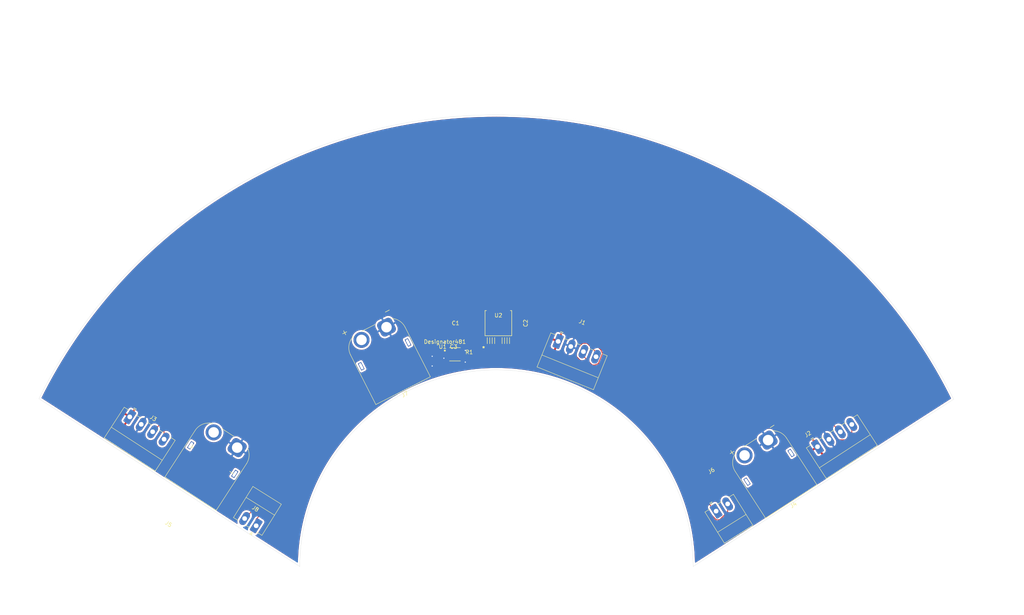
<source format=kicad_pcb>
(kicad_pcb (version 20240108) (generator "pcbnew") (generator_version "8.0")
  (layers (0 "F.Cu" signal) (1 "In1.Cu" signal) (2 "In2.Cu" signal) (31 "B.Cu" signal) (34 "B.Paste" user) (35 "F.Paste" user) (36 "B.SilkS" user "B.Silkscreen") (37 "F.SilkS" user "F.Silkscreen") (38 "B.Mask" user) (39 "F.Mask" user) (44 "Edge.Cuts" user))
  (net 0 "")
  (net 1 "Net-(J1-Pin_3)")
  (net 2 "Earth")
  (net 3 "Net-(J1-Pin_4)")
  (net 4 "5V")
  (net 5 "40V")
  (net 6 "Net-(J6-Pin_1)")
  (net 7 "Net-(J6-Pin_2)")
  (net 8 "3.3V")
  (net 9 "Net-(U1-INT_N)")
  (footprint "Connector_Phoenix_MC:PhoenixContact_MC_1,5_2-G-3.5_1x02_P3.50mm_Horizontal" (layer "F.Cu") (at 88.294692 155.527163 148)
    (property "Reference" "J8" (at 2.487649 3.61907 -32) (layer "F.SilkS"))
    (property "Value" "Conn_01x02_Pin")
    (fp_line (start 6.06 -1.31) (end 4.55 -1.310001) (stroke (width 0.12)) (layer "F.SilkS"))
    (fp_line (start 0.300001 -2.599999) (end 0.000001 -2) (stroke (width 0.12)) (layer "F.SilkS"))
    (fp_line (start 1.05 -1.31) (end 2.449999 -1.31) (stroke (width 0.12)) (layer "F.SilkS"))
    (fp_line (start -0.3 -2.6) (end 0.300001 -2.599999) (stroke (width 0.12)) (layer "F.SilkS"))
    (fp_line (start 0.000001 -2) (end -0.3 -2.6) (stroke (width 0.12)) (layer "F.SilkS"))
    (fp_line (start 6.06 8.110001) (end 6.06 -1.31) (stroke (width 0.12)) (layer "F.SilkS"))
    (fp_line (start -2.56 -1.31) (end -1.05 -1.309999) (stroke (width 0.12)) (layer "F.SilkS"))
    (fp_line (start -2.56 -1.31) (end -2.560001 8.11) (stroke (width 0.12)) (layer "F.SilkS"))
    (fp_line (start -2.56 4.799999) (end 6.06 4.8) (stroke (width 0.12)) (layer "F.SilkS"))
    (fp_line (start -2.560001 8.11) (end 6.06 8.110001) (stroke (width 0.12)) (layer "F.SilkS"))
    (pad "1" thru_hole roundrect (at 0 0 148) (size 1.8 3.6) (drill 1.2) (layers "*.Cu" "*.Mask") (roundrect_rratio 0.138889) (net 6 "Net-(J6-Pin_1)"))
    (pad "2" thru_hole oval (at 3.500001 0.000001 148) (size 1.8 3.6) (drill 1.2) (layers "*.Cu" "*.Mask") (net 7 "Net-(J6-Pin_2)"))
  )
  (footprint "Connector_Phoenix_MC:PhoenixContact_MC_1,5_2-G-3.5_1x02_P3.50mm_Horizontal" (layer "F.Cu") (at 206.41981 151.769265 32)
    (property "Reference" "J6" (at 4.444999 -9.417498 32) (layer "F.SilkS"))
    (property "Value" "Conn_01x02_Pin")
    (fp_line (start -2.560001 -1.31) (end -1.05 -1.310001) (stroke (width 0.12)) (layer "F.SilkS"))
    (fp_line (start -2.560001 -1.31) (end -2.56 8.110001) (stroke (width 0.12)) (layer "F.SilkS"))
    (fp_line (start -0.300001 -2.600001) (end 0.299999 -2.599999) (stroke (width 0.12)) (layer "F.SilkS"))
    (fp_line (start 0.299999 -2.599999) (end -0.000001 -2) (stroke (width 0.12)) (layer "F.SilkS"))
    (fp_line (start -0.000001 -2) (end -0.300001 -2.600001) (stroke (width 0.12)) (layer "F.SilkS"))
    (fp_line (start 1.049999 -1.31) (end 2.45 -1.31) (stroke (width 0.12)) (layer "F.SilkS"))
    (fp_line (start -2.56 4.8) (end 6.059999 4.8) (stroke (width 0.12)) (layer "F.SilkS"))
    (fp_line (start -2.56 8.110001) (end 6.06 8.109999) (stroke (width 0.12)) (layer "F.SilkS"))
    (fp_line (start 6.059999 -1.310001) (end 4.549999 -1.309998) (stroke (width 0.12)) (layer "F.SilkS"))
    (fp_line (start 6.06 8.109999) (end 6.059999 -1.310001) (stroke (width 0.12)) (layer "F.SilkS"))
    (pad "1" thru_hole roundrect (at 0 0 32) (size 1.8 3.6) (drill 1.2) (layers "*.Cu" "*.Mask") (roundrect_rratio 0.138889) (net 6 "Net-(J6-Pin_1)"))
    (pad "2" thru_hole oval (at 3.5 0.000002 32) (size 1.8 3.6) (drill 1.2) (layers "*.Cu" "*.Mask") (net 7 "Net-(J6-Pin_2)"))
  )
  (footprint "TMAG:DBV0006A-IPC_A" (layer "F.Cu") (at 139.349517 111.5)
    (property "Reference" "U1" (at -3.150483 -1.950001 0) (layer "F.SilkS"))
    (property "Value" "TMAG5273A1QDBVR")
    (fp_line (start -1.4 -1.699999) (end 1.4 -1.699999) (stroke (width 0.15)) (layer "F.SilkS"))
    (fp_line (start -1.4 1.699999) (end 1.4 1.699999) (stroke (width 0.15)) (layer "F.SilkS"))
    (fp_circle (center -2.603101 -0.950001) (end -2.4781 -0.950001) (stroke (width 0.25)) (fill none) (layer "F.SilkS"))
    (fp_text user "Designator481" (at -2.5908 -3.2258 0) (layer "F.SilkS"))
    (pad "1" smd rect (at -1.150483 -0.950001) (size 1.805236 0.609806) (layers "F.Cu" "F.Paste" "F.Mask") (net 7 "Net-(J6-Pin_2)"))
    (pad "2" smd rect (at -1.150483 0) (size 1.805236 0.609806) (layers "F.Cu" "F.Paste" "F.Mask") (net 2 "Earth"))
    (pad "3" smd rect (at -1.150483 0.950001) (size 1.805236 0.609806) (layers "F.Cu" "F.Paste" "F.Mask") (net 2 "Earth"))
    (pad "4" smd rect (at 1.150483 0.950001) (size 1.805236 0.609806) (layers "F.Cu" "F.Paste" "F.Mask") (net 8 "3.3V"))
    (pad "5" smd rect (at 1.150483 0) (size 1.805236 0.609806) (layers "F.Cu" "F.Paste" "F.Mask") (net 9 "Net-(U1-INT_N)"))
    (pad "6" smd rect (at 1.150483 -0.950001) (size 1.805236 0.609806) (layers "F.Cu" "F.Paste" "F.Mask") (net 6 "Net-(J6-Pin_1)"))
  )
  (footprint "Connector_AMASS:AMASS_XT60PW-M_1x02_P7.20mm_Horizontal" (layer "F.Cu") (at 219.764051 133.528747 -147)
    (property "Reference" "J4" (at 3.599999 -17.499999 -147) (layer "F.SilkS"))
    (property "Value" "Conn_01x02_Pin")
    (fp_line (start 2.31 1.96) (end 6.050001 1.96) (stroke (width 0.12)) (layer "F.SilkS"))
    (fp_line (start 11.459999 -16.46) (end 11.460002 -2.15) (stroke (width 0.12)) (layer "F.SilkS"))
    (fp_line (start -4.259999 -16.460001) (end 11.459999 -16.46) (stroke (width 0.12)) (layer "F.SilkS"))
    (fp_line (start -4.259999 -16.460001) (end -4.259999 -2.15) (stroke (width 0.12)) (layer "F.SilkS"))
    (fp_arc (start 11.460002 -2.15) (mid 10.653853 0.294722) (end 8.551648 1.780413) (stroke (width 0.12)) (layer "F.SilkS"))
    (fp_arc (start -2.266805 1.372959) (mid -3.727162 -0.126138) (end -4.259999 -2.15) (stroke (width 0.12)) (layer "F.SilkS"))
    (fp_text user "+" (at 9.5 2.500002 -147) (layer "F.SilkS") (effects (font (size 1.5 1.5))))
    (fp_text user "-" (at -2.8 2.500002 -147) (layer "F.SilkS") (effects (font (size 1.5 1.5))))
    (pad "" thru_hole rect (at -3.150001 -6 213) (size 0.9 2) (drill oval 0.6 1.7) (layers "*.Cu" "*.Mask"))
    (pad "" thru_hole rect (at 10.35 -6.000001 213) (size 0.9 2) (drill oval 0.6 1.7) (layers "*.Cu" "*.Mask"))
    (pad "1" thru_hole roundrect (at 0 0 213) (size 4.1 4.1) (drill 2.7) (layers "*.Cu" "*.Mask") (net 2 "Earth"))
    (pad "2" thru_hole circle (at 7.2 0 213) (size 4.1 4.1) (drill 2.7) (layers "*.Cu" "*.Mask") (net 5 "40V"))
  )
  (footprint "Capacitor_SMD:C_0201_0603Metric" (layer "F.Cu") (at 139.345 105.5)
    (property "Reference" "C1" (at 0.155 -2 0) (layer "F.SilkS"))
    (property "Value" "C")
    (pad "1" smd roundrect (at -0.32 0) (size 0.46 0.4) (layers "F.Cu" "F.Mask") (net 4 "5V"))
    (pad "2" smd roundrect (at 0.32 0) (size 0.46 0.4) (layers "F.Cu" "F.Mask") (net 2 "Earth"))
  )
  (footprint "Resistor_SMD:R_0201_0603Metric" (layer "F.Cu") (at 143 112)
    (property "Reference" "R1" (at 0 -1.05 0) (layer "F.SilkS"))
    (property "Value" "R")
    (pad "1" smd roundrect (at -0.32 0) (size 0.46 0.4) (layers "F.Cu" "F.Mask") (net 9 "Net-(U1-INT_N)"))
    (pad "2" smd roundrect (at 0.32 0) (size 0.46 0.4) (layers "F.Cu" "F.Mask") (net 8 "3.3V"))
  )
  (footprint "Connector_Phoenix_MC:PhoenixContact_MC_1,5_4-G-3.5_1x04_P3.50mm_Horizontal" (layer "F.Cu") (at 165.844561 108.179649 -22)
    (property "Reference" "J1" (at 3.898536 -6.90461 158) (layer "F.SilkS"))
    (property "Value" "Conn_01x04_Pin")
    (fp_line (start -2.559998 8.109998) (end 13.059999 8.11) (stroke (width 0.12)) (layer "F.SilkS"))
    (fp_line (start -2.56 4.800002) (end 13.06 4.800001) (stroke (width 0.12)) (layer "F.SilkS"))
    (fp_line (start -2.56 -1.310001) (end -2.559998 8.109998) (stroke (width 0.12)) (layer "F.SilkS"))
    (fp_line (start -2.56 -1.310001) (end -1.049999 -1.309999) (stroke (width 0.12)) (layer "F.SilkS"))
    (fp_line (start -0.299999 -2.6) (end 0.3 -2.600001) (stroke (width 0.12)) (layer "F.SilkS"))
    (fp_line (start 0.000001 -1.999999) (end -0.299999 -2.6) (stroke (width 0.12)) (layer "F.SilkS"))
    (fp_line (start 0.3 -2.600001) (end 0.000001 -1.999999) (stroke (width 0.12)) (layer "F.SilkS"))
    (fp_line (start 1.05 -1.31) (end 2.449998 -1.31) (stroke (width 0.12)) (layer "F.SilkS"))
    (fp_line (start 4.55 -1.31) (end 5.95 -1.309999) (stroke (width 0.12)) (layer "F.SilkS"))
    (fp_line (start 8.05 -1.31) (end 9.450001 -1.310001) (stroke (width 0.12)) (layer "F.SilkS"))
    (fp_line (start 13.059999 8.11) (end 13.06 -1.31) (stroke (width 0.12)) (layer "F.SilkS"))
    (fp_line (start 13.06 -1.31) (end 11.549999 -1.309999) (stroke (width 0.12)) (layer "F.SilkS"))
    (pad "1" thru_hole roundrect (at 0 0 338) (size 1.8 3.6) (drill 1.2) (layers "*.Cu" "*.Mask") (roundrect_rratio 0.138889) (net 4 "5V"))
    (pad "2" thru_hole oval (at 3.5 0 338) (size 1.8 3.6) (drill 1.2) (layers "*.Cu" "*.Mask") (net 2 "Earth"))
    (pad "3" thru_hole oval (at 7 0 338) (size 1.8 3.6) (drill 1.2) (layers "*.Cu" "*.Mask") (net 1 "Net-(J1-Pin_3)"))
    (pad "4" thru_hole oval (at 10.500001 -0.000002 338) (size 1.8 3.6) (drill 1.2) (layers "*.Cu" "*.Mask") (net 3 "Net-(J1-Pin_4)"))
  )
  (footprint "Connector_AMASS:AMASS_XT60PW-M_1x02_P7.20mm_Horizontal" (layer "F.Cu") (at 121.764051 104.528747 -153)
    (property "Reference" "J7" (at 3.6 -17.5 -153) (layer "F.SilkS"))
    (property "Value" "Conn_01x02_Pin")
    (fp_line (start 2.310001 1.96) (end 6.050001 1.960001) (stroke (width 0.12)) (layer "F.SilkS"))
    (fp_line (start 11.46 -16.46) (end 11.460002 -2.149999) (stroke (width 0.12)) (layer "F.SilkS"))
    (fp_line (start -4.259999 -16.459999) (end 11.46 -16.46) (stroke (width 0.12)) (layer "F.SilkS"))
    (fp_line (start -4.259999 -16.459999) (end -4.259999 -2.149999) (stroke (width 0.12)) (layer "F.SilkS"))
    (fp_arc (start 11.460002 -2.149999) (mid 10.653853 0.294723) (end 8.551649 1.780413) (stroke (width 0.12)) (layer "F.SilkS"))
    (fp_arc (start -2.266806 1.372958) (mid -3.727162 -0.126137) (end -4.259999 -2.149999) (stroke (width 0.12)) (layer "F.SilkS"))
    (fp_text user "+" (at 10.226289 3.708095 -153) (layer "F.SilkS") (effects (font (size 1.5 1.5))))
    (fp_text user "-" (at -2.07371 3.708096 -153) (layer "F.SilkS") (effects (font (size 1.5 1.5))))
    (pad "" thru_hole rect (at -3.15 -6 207) (size 0.9 2) (drill oval 0.6 1.7) (layers "*.Cu" "*.Mask"))
    (pad "" thru_hole rect (at 10.349999 -6 207) (size 0.9 2) (drill oval 0.6 1.7) (layers "*.Cu" "*.Mask"))
    (pad "1" thru_hole roundrect (at 0 0 207) (size 4.1 4.1) (drill 2.7) (layers "*.Cu" "*.Mask") (net 2 "Earth"))
    (pad "2" thru_hole circle (at 7.2 0 207) (size 4.1 4.1) (drill 2.7) (layers "*.Cu" "*.Mask") (net 5 "40V"))
  )
  (footprint "Connector_Phoenix_MC:PhoenixContact_MC_1,5_4-G-3.5_1x04_P3.50mm_Horizontal" (layer "F.Cu") (at 55.831488 127.570721 -33)
    (property "Reference" "J3" (at 5.249999 -3 147) (layer "F.SilkS"))
    (property "Value" "Conn_01x04_Pin")
    (fp_line (start -2.56 8.11) (end 13.06 8.11) (stroke (width 0.12)) (layer "F.SilkS"))
    (fp_line (start -2.56 4.8) (end 13.06 4.800001) (stroke (width 0.12)) (layer "F.SilkS"))
    (fp_line (start -2.56 -1.310001) (end -2.56 8.11) (stroke (width 0.12)) (layer "F.SilkS"))
    (fp_line (start -2.56 -1.310001) (end -1.05 -1.31) (stroke (width 0.12)) (layer "F.SilkS"))
    (fp_line (start -0.000001 -2.000002) (end -0.3 -2.6) (stroke (width 0.12)) (layer "F.SilkS"))
    (fp_line (start -0.3 -2.6) (end 0.3 -2.6) (stroke (width 0.12)) (layer "F.SilkS"))
    (fp_line (start 1.05 -1.309999) (end 2.45 -1.310002) (stroke (width 0.12)) (layer "F.SilkS"))
    (fp_line (start 0.3 -2.6) (end -0.000001 -2.000002) (stroke (width 0.12)) (layer "F.SilkS"))
    (fp_line (start 4.55 -1.310001) (end 5.95 -1.31) (stroke (width 0.12)) (layer "F.SilkS"))
    (fp_line (start 13.06 8.11) (end 13.06 -1.31) (stroke (width 0.12)) (layer "F.SilkS"))
    (fp_line (start 8.050001 -1.31) (end 9.45 -1.31) (stroke (width 0.12)) (layer "F.SilkS"))
    (fp_line (start 13.06 -1.31) (end 11.55 -1.309999) (stroke (width 0.12)) (layer "F.SilkS"))
    (pad "1" thru_hole roundrect (at 0 0 327) (size 1.8 3.6) (drill 1.2) (layers "*.Cu" "*.Mask") (roundrect_rratio 0.138889) (net 4 "5V"))
    (pad "2" thru_hole oval (at 3.500001 -0.000001 327) (size 1.8 3.6) (drill 1.2) (layers "*.Cu" "*.Mask") (net 2 "Earth"))
    (pad "3" thru_hole oval (at 7 0.000001 327) (size 1.8 3.6) (drill 1.2) (layers "*.Cu" "*.Mask") (net 1 "Net-(J1-Pin_3)"))
    (pad "4" thru_hole oval (at 10.5 0 327) (size 1.8 3.6) (drill 1.2) (layers "*.Cu" "*.Mask") (net 3 "Net-(J1-Pin_4)"))
  )
  (footprint "Capacitor_SMD:C_0201_0603Metric" (layer "F.Cu") (at 139 108.5 180)
    (property "Reference" "C3" (at 0 -1.05 180) (layer "F.SilkS"))
    (property "Value" "C")
    (pad "1" smd roundrect (at -0.32 0 180) (size 0.46 0.4) (layers "F.Cu" "F.Mask") (net 8 "3.3V"))
    (pad "2" smd roundrect (at 0.32 0 180) (size 0.46 0.4) (layers "F.Cu" "F.Mask") (net 2 "Earth"))
  )
  (footprint "Connector_AMASS:AMASS_XT60PW-M_1x02_P7.20mm_Horizontal" (layer "F.Cu") (at 83.413383 135.464207 147)
    (property "Reference" "J5" (at 4.099999 -26.050001 -33) (layer "F.SilkS"))
    (property "Value" "Conn_01x02_Pin")
    (fp_line (start 11.46 -16.46) (end 11.459999 -2.15) (stroke (width 0.12)) (layer "F.SilkS"))
    (fp_line (start -4.26 -16.46) (end 11.46 -16.46) (stroke (width 0.12)) (layer "F.SilkS"))
    (fp_line (start -4.26 -16.46) (end -4.260001 -2.150001) (stroke (width 0.12)) (layer "F.SilkS"))
    (fp_line (start 2.310001 1.96) (end 6.050001 1.96) (stroke (width 0.12)) (layer "F.SilkS"))
    (fp_arc (start 11.459999 -2.15) (mid 10.653851 0.294721) (end 8.551648 1.780413) (stroke (width 0.12)) (layer "F.SilkS"))
    (fp_arc (start -2.266807 1.372959) (mid -3.727162 -0.126139) (end -4.260001 -2.150001) (stroke (width 0.12)) (layer "F.SilkS"))
    (fp_text user "+" (at 10 -6.05 -33) (layer "F.SilkS") (effects (font (size 1.5 1.5))))
    (fp_text user "-" (at -2.3 -6.05 -33) (layer "F.SilkS") (effects (font (size 1.5 1.5))))
    (pad "" thru_hole rect (at -3.15 -6 147) (size 0.9 2) (drill oval 0.6 1.7) (layers "*.Cu" "*.Mask"))
    (pad "" thru_hole rect (at 10.35 -5.999999 147) (size 0.9 2) (drill oval 0.6 1.7) (layers "*.Cu" "*.Mask"))
    (pad "1" thru_hole roundrect (at 0 0 147) (size 4.1 4.1) (drill 2.7) (layers "*.Cu" "*.Mask") (net 2 "Earth"))
    (pad "2" thru_hole circle (at 7.2 -0.000001 147) (size 4.1 4.1) (drill 2.7) (layers "*.Cu" "*.Mask") (net 5 "40V"))
  )
  (footprint "LF33CPT-TR:PPAK_CPT-TR_STM" (layer "F.Cu") (at 150.5 103.5)
    (property "Reference" "U2" (at 0 -2 0) (layer "F.SilkS"))
    (property "Value" "LF33CPT-TR")
    (fp_line (start -3.429 -3.2258) (end -3.429 3.2258) (stroke (width 0.1524)) (layer "F.SilkS"))
    (fp_line (start -3.429 3.2258) (end 3.429 3.2258) (stroke (width 0.1524)) (layer "F.SilkS"))
    (fp_line (start -3.06324 -3.2258) (end -3.429 -3.2258) (stroke (width 0.1524)) (layer "F.SilkS"))
    (fp_line (start -2.8575 3.7084) (end -2.8575 5.2578) (stroke (width 0.1524)) (layer "F.SilkS"))
    (fp_line (start -2.2225 3.7084) (end -2.2225 5.2578) (stroke (width 0.1524)) (layer "F.SilkS"))
    (fp_line (start -1.5875 3.7084) (end -1.5875 5.2578) (stroke (width 0.1524)) (layer "F.SilkS"))
    (fp_line (start -0.9525 3.7084) (end -0.9525 5.2578) (stroke (width 0.1524)) (layer "F.SilkS"))
    (fp_line (start 0.9525 3.7084) (end 0.9525 5.2578) (stroke (width 0.1524)) (layer "F.SilkS"))
    (fp_line (start 1.5875 3.7084) (end 1.5875 5.2578) (stroke (width 0.1524)) (layer "F.SilkS"))
    (fp_line (start 2.2225 3.7084) (end 2.2225 5.2578) (stroke (width 0.1524)) (layer "F.SilkS"))
    (fp_line (start 2.8575 3.7084) (end 2.8575 5.2578) (stroke (width 0.1524)) (layer "F.SilkS"))
    (fp_line (start 3.429 -3.2258) (end 3.06324 -3.2258) (stroke (width 0.1524)) (layer "F.SilkS"))
    (fp_line (start 3.429 3.2258) (end 3.429 -3.2258) (stroke (width 0.1524)) (layer "F.SilkS"))
    (fp_text user "*" (at -3.81 6.4897 0) (layer "F.SilkS"))
    (fp_text user "*" (at -3.81 6.4897 0) (layer "F.SilkS"))
    (pad "1" smd rect (at -2.54 6.4897) (size 0.6858 1.7526) (layers "F.Cu" "F.Paste" "F.Mask") (net 4 "5V"))
    (pad "2" smd rect (at -1.27 6.4897) (size 0.6858 1.7526) (layers "F.Cu" "F.Paste" "F.Mask"))
    (pad "3" smd rect (at 0 -1.7145) (size 5.461 5.8166) (layers "F.Cu" "F.Paste" "F.Mask") (net 2 "Earth"))
    (pad "4" smd rect (at 1.27 6.4897) (size 0.6858 1.7526) (layers "F.Cu" "F.Paste" "F.Mask"))
    (pad "5" smd rect (at 2.54 6.4897) (size 0.6858 1.7526) (layers "F.Cu" "F.Paste" "F.Mask") (net 4 "5V"))
  )
  (footprint "Capacitor_SMD:C_0201_0603Metric" (layer "F.Cu") (at 155.155 103.5)
    (property "Reference" "C2" (at 2.345 0 90) (layer "F.SilkS"))
    (property "Value" "C" (hide yes))
    (pad "1" smd roundrect (at -0.32 0) (size 0.46 0.4) (layers "F.Cu" "F.Mask") (net 4 "5V"))
    (pad "2" smd roundrect (at 0.32 0) (size 0.46 0.4) (layers "F.Cu" "F.Mask") (net 2 "Earth"))
  )
  (footprint "Connector_Phoenix_MC:PhoenixContact_MC_1,5_4-G-3.5_1x04_P3.50mm_Horizontal" (layer "F.Cu") (at 232.454726 135.229521 33)
    (property "Reference" "J2" (at -0.304999 -4.0675 33) (layer "F.SilkS"))
    (property "Value" "Conn_01x04_Pin")
    (fp_line (start -2.56 -1.310001) (end -1.05 -1.309999) (stroke (width 0.12)) (layer "F.SilkS"))
    (fp_line (start -2.56 -1.310001) (end -2.56 8.11) (stroke (width 0.12)) (layer "F.SilkS"))
    (fp_line (start -0.300002 -2.6) (end 0.300001 -2.600001) (stroke (width 0.12)) (layer "F.SilkS"))
    (fp_line (start 0.300001 -2.600001) (end 0 -1.999998) (stroke (width 0.12)) (layer "F.SilkS"))
    (fp_line (start 0 -1.999998) (end -0.300002 -2.6) (stroke (width 0.12)) (layer "F.SilkS"))
    (fp_line (start 1.05 -1.31) (end 2.449999 -1.310002) (stroke (width 0.12)) (layer "F.SilkS"))
    (fp_line (start -2.559999 4.800001) (end 13.06 4.799999) (stroke (width 0.12)) (layer "F.SilkS"))
    (fp_line (start -2.56 8.11) (end 13.06 8.109999) (stroke (width 0.12)) (layer "F.SilkS"))
    (fp_line (start 4.55 -1.31) (end 5.95 -1.309999) (stroke (width 0.12)) (layer "F.SilkS"))
    (fp_line (start 8.05 -1.31) (end 9.450001 -1.31) (stroke (width 0.12)) (layer "F.SilkS"))
    (fp_line (start 13.059999 -1.31) (end 11.55 -1.310001) (stroke (width 0.12)) (layer "F.SilkS"))
    (fp_line (start 13.06 8.109999) (end 13.059999 -1.31) (stroke (width 0.12)) (layer "F.SilkS"))
    (pad "1" thru_hole roundrect (at 0 0 33) (size 1.8 3.6) (drill 1.2) (layers "*.Cu" "*.Mask") (roundrect_rratio 0.138889) (net 4 "5V"))
    (pad "2" thru_hole oval (at 3.500002 -0.000001 33) (size 1.8 3.6) (drill 1.2) (layers "*.Cu" "*.Mask") (net 2 "Earth"))
    (pad "3" thru_hole oval (at 7 0 33) (size 1.8 3.6) (drill 1.2) (layers "*.Cu" "*.Mask") (net 1 "Net-(J1-Pin_3)"))
    (pad "4" thru_hole oval (at 10.5 0.000001 33) (size 1.8 3.6) (drill 1.2) (layers "*.Cu" "*.Mask") (net 3 "Net-(J1-Pin_4)"))
  )
  (gr_arc (start 99.5 166) (mid 150 115.5) (end 200.5 166) (stroke (width 0.05)) (layer "Edge.Cuts"))
  (gr_line (start 200.5 166) (end 267.424577 123.035278) (stroke (width 0.05)) (layer "Edge.Cuts"))
  (gr_arc (start 32.491425 122.900054) (mid 150 50) (end 267.424577 123.035278) (stroke (width 0.05)) (layer "Edge.Cuts"))
  (gr_line (start 32.491425 122.900054) (end 99.5 166) (stroke (width 0.05)) (layer "Edge.Cuts"))
  (segment (start 164.575397 98.1) (end 176.827529 110.352132) (width 0.2) (layer "F.Cu") (net 1))
  (segment (start 176.455127 109.97973) (end 176.827529 110.352132) (width 0.2) (layer "F.Cu") (net 1))
  (segment (start 176.169267 113.857872) (end 175.254181 114.246304) (width 0.2) (layer "F.Cu") (net 1))
  (segment (start 185.97973 109.97973) (end 176.455127 109.97973) (width 0.2) (layer "F.Cu") (net 1))
  (segment (start 94.985376 98.1) (end 164.575397 98.1) (width 0.2) (layer "F.Cu") (net 1))
  (segment (start 238.32542 131.417048) (end 228.408372 121.5) (width 0.2) (layer "F.Cu") (net 1))
  (segment (start 197.5 121.5) (end 185.97973 109.97973) (width 0.2) (layer "F.Cu") (net 1))
  (segment (start 174.607646 114.246304) (end 172.334848 111.973506) (width 0.2) (layer "F.Cu") (net 1))
  (segment (start 176.827529 110.352132) (end 177.215961 111.267218) (width 0.2) (layer "F.Cu") (net 1))
  (segment (start 172.334848 111.973506) (end 172.334848 110.801895) (width 0.2) (layer "F.Cu") (net 1))
  (segment (start 177.215961 111.267218) (end 176.169267 113.857872) (width 0.2) (layer "F.Cu") (net 1))
  (segment (start 61.702181 131.383195) (end 94.985376 98.1) (width 0.2) (layer "F.Cu") (net 1))
  (segment (start 228.408372 121.5) (end 197.5 121.5) (width 0.2) (layer "F.Cu") (net 1))
  (segment (start 175.254181 114.246304) (end 174.607646 114.246304) (width 0.2) (layer "F.Cu") (net 1))
  (segment (start 138.68 108.261512) (end 138.68 108.5) (width 0.2) (layer "F.Cu") (net 2))
  (segment (start 153.674999 105.5) (end 155.475 103.699999) (width 0.2) (layer "F.Cu") (net 2))
  (segment (start 138.68 108.5) (end 136.5 108.5) (width 0.2) (layer "F.Cu") (net 2))
  (segment (start 139.665 105.5) (end 139.665 107.276512) (width 0.2) (layer "F.Cu") (net 2))
  (segment (start 138.199034 112.450001) (end 136.549999 112.450001) (width 0.2) (layer "F.Cu") (net 2))
  (segment (start 138.199034 111.5) (end 138.199034 112.450001) (width 0.2) (layer "F.Cu") (net 2))
  (segment (start 136.549999 112.450001) (end 136.5 112.5) (width 0.2) (layer "F.Cu") (net 2))
  (segment (start 139.665 105.5) (end 153.674999 105.5) (width 0.2) (layer "F.Cu") (net 2))
  (segment (start 155.475 103.699999) (end 155.475 103.5) (width 0.2) (layer "F.Cu") (net 2))
  (segment (start 139.665 107.276512) (end 138.68 108.261512) (width 0.2) (layer "F.Cu") (net 2))
  (via (at 136.5 108.5) (size 0.6) (drill 0.3) (layers "F.Cu" "B.Cu") (net 2))
  (via (at 136.5 112.5) (size 0.6) (drill 0.3) (layers "F.Cu" "B.Cu") (net 2))
  (segment (start 189 130.5) (end 235 130.5) (width 0.2) (layer "F.Cu") (net 3))
  (segment (start 241.260768 132.739232) (end 241.260768 129.510812) (width 0.2) (layer "F.Cu") (net 3))
  (segment (start 173.307195 108.668608) (end 172.134006 108.668608) (width 0.2) (layer "F.Cu") (net 3))
  (segment (start 95.834568 98.5) (end 163.138587 98.5) (width 0.2) (layer "F.Cu") (net 3))
  (segment (start 64.637529 133.289431) (end 64.637529 129.697039) (width 0.2) (layer "F.Cu") (net 3))
  (segment (start 240.551027 133.448973) (end 241.260768 132.739232) (width 0.2) (layer "F.Cu") (net 3))
  (segment (start 172.134006 108.668608) (end 170.5 110.302614) (width 0.2) (layer "F.Cu") (net 3))
  (segment (start 175.579993 110.941406) (end 173.307195 108.668608) (width 0.2) (layer "F.Cu") (net 3))
  (segment (start 235 130.5) (end 237.948973 133.448973) (width 0.2) (layer "F.Cu") (net 3))
  (segment (start 170.5 112) (end 189 130.5) (width 0.2) (layer "F.Cu") (net 3))
  (segment (start 175.579993 112.113017) (end 175.579993 110.941406) (width 0.2) (layer "F.Cu") (net 3))
  (segment (start 64.637529 129.697039) (end 95.834568 98.5) (width 0.2) (layer "F.Cu") (net 3))
  (segment (start 170.5 110.302614) (end 170.5 112) (width 0.2) (layer "F.Cu") (net 3))
  (segment (start 237.948973 133.448973) (end 240.551027 133.448973) (width 0.2) (layer "F.Cu") (net 3))
  (segment (start 163.138587 98.5) (end 175.579993 110.941406) (width 0.2) (layer "F.Cu") (net 3))
  (segment (start 128.479446 113.644037) (end 141.558581 113.644037) (width 0.2) (layer "F.Cu") (net 6))
  (segment (start 195.717158 137.782842) (end 195.81178 137.877465) (width 0.2) (layer "F.Cu") (net 6))
  (segment (start 88.294692 155.527163) (end 88.294692 153.828791) (width 0.2) (layer "F.Cu") (net 6))
  (segment (start 195.717158 137.782842) (end 204.5 146.565685) (width 0.2) (layer "F.Cu") (net 6))
  (segment (start 142 113.5) (end 171.434315 113.5) (width 0.2) (layer "F.Cu") (net 6))
  (segment (start 141.846655 113.644037) (end 141.702618 113.644037) (width 0.2) (layer "F.Cu") (net 6))
  (segment (start 204.5 146.565685) (end 204.5 149.849455) (width 0.2) (layer "F.Cu") (net 6))
  (segment (start 142 113.5) (end 141.846655 113.644037) (width 0.2) (layer "F.Cu") (net 6))
  (segment (start 142 110.5) (end 140.549999 110.5) (width 0.2) (layer "F.Cu") (net 6))
  (segment (start 204.5 149.849455) (end 206.41981 151.769265) (width 0.2) (layer "F.Cu") (net 6))
  (segment (start 141.558581 113.644037) (end 142 113.5) (width 0.2) (layer "F.Cu") (net 6))
  (segment (start 140.549999 110.5) (end 140.5 110.549999) (width 0.2) (layer "F.Cu") (net 6))
  (segment (start 88.294692 153.828791) (end 128.479446 113.644037) (width 0.2) (layer "F.Cu") (net 6))
  (segment (start 171.434315 113.5) (end 195.717158 137.782842) (width 0.2) (layer "F.Cu") (net 6))
  (via (at 142 110.5) (size 0.6) (drill 0.3) (layers "F.Cu" "B.Cu") (net 6))
  (via (at 142 113.5) (size 0.6) (drill 0.3) (layers "F.Cu" "B.Cu") (net 6))
  (segment (start 142 113.5) (end 142 110.5) (width 0.2) (layer "B.Cu") (net 6))
  (segment (start 196.36863 143.886665) (end 206.461554 153.979589) (width 0.2) (layer "F.Cu") (net 7))
  (segment (start 133.5 112) (end 134.950001 110.549999) (width 0.2) (layer "F.Cu") (net 7))
  (segment (start 134.950001 110.549999) (end 138.199034 110.549999) (width 0.2) (layer "F.Cu") (net 7))
  (segment (start 85.326523 153.672444) (end 128.448968 110.549999) (width 0.2) (layer "F.Cu") (net 7))
  (segment (start 196.36863 139.86863) (end 196.36863 143.886665) (width 0.2) (layer "F.Cu") (net 7))
  (segment (start 209.387979 151.92353) (end 209.387979 149.914549) (width 0.2) (layer "F.Cu") (net 7))
  (segment (start 171 114.5) (end 196.36863 139.86863) (width 0.2) (layer "F.Cu") (net 7))
  (segment (start 207.33192 153.979589) (end 209.387979 151.92353) (width 0.2) (layer "F.Cu") (net 7))
  (segment (start 128.448968 110.549999) (end 138.199034 110.549999) (width 0.2) (layer "F.Cu") (net 7))
  (segment (start 206.461554 153.979589) (end 207.33192 153.979589) (width 0.2) (layer "F.Cu") (net 7))
  (segment (start 133.5 114.5) (end 171 114.5) (width 0.2) (layer "F.Cu") (net 7))
  (via blind (at 133.5 112) (size 0.6) (drill 0.3) (layers "F.Cu" "B.Cu") (net 7))
  (via (at 133.5 114.5) (size 0.6) (drill 0.3) (layers "F.Cu" "B.Cu") (net 7))
  (segment (start 133.5 114.5) (end 133.5 112) (width 0.2) (layer "B.Cu") (net 7))
  (segment (start 144.5 111.5) (end 141.5 108.5) (width 0.2) (layer "F.Cu") (net 8))
  (segment (start 143.32 111.800001) (end 143.019999 111.5) (width 0.2) (layer "F.Cu") (net 8))
  (segment (start 140.949999 112.9) (end 143.784142 112.9) (width 0.2) (layer "F.Cu") (net 8))
  (segment (start 140.5 112.450001) (end 140.949999 112.9) (width 0.2) (layer "F.Cu") (net 8))
  (segment (start 141.431543 112.450001) (end 140.5 112.450001) (width 0.2) (layer "F.Cu") (net 8))
  (segment (start 144.5 112.184142) (end 144.5 111.5) (width 0.2) (layer "F.Cu") (net 8))
  (segment (start 143.784142 112.9) (end 144.5 112.184142) (width 0.2) (layer "F.Cu") (net 8))
  (segment (start 143.32 112) (end 143.32 111.800001) (width 0.2) (layer "F.Cu") (net 8))
  (segment (start 142.381544 111.5) (end 141.431543 112.450001) (width 0.2) (layer "F.Cu") (net 8))
  (segment (start 143.019999 111.5) (end 142.381544 111.5) (width 0.2) (layer "F.Cu") (net 8))
  (segment (start 141.5 108.5) (end 139.32 108.5) (width 0.2) (layer "F.Cu") (net 8))
  (segment (start 142.68 112.199999) (end 142.980001 112.5) (width 0.2) (layer "F.Cu") (net 9))
  (segment (start 142.215858 111.1) (end 141.815858 111.5) (width 0.2) (layer "F.Cu") (net 9))
  (segment (start 142.68 112) (end 142.68 112.199999) (width 0.2) (layer "F.Cu") (net 9))
  (segment (start 142.980001 112.5) (end 143.618456 112.5) (width 0.2) (layer "F.Cu") (net 9))
  (segment (start 143.618456 112.5) (end 143.85 112.268456) (width 0.2) (layer "F.Cu") (net 9))
  (segment (start 143.218456 111.1) (end 142.215858 111.1) (width 0.2) (layer "F.Cu") (net 9))
  (segment (start 143.85 112.268456) (end 143.85 111.731544) (width 0.2) (layer "F.Cu") (net 9))
  (segment (start 143.85 111.731544) (end 143.218456 111.1) (width 0.2) (layer "F.Cu") (net 9))
  (segment (start 141.815858 111.5) (end 140.5 111.5) (width 0.2) (layer "F.Cu") (net 9))
  (zone (net 4) (net_name "5V") (layer "F.Cu") (priority 1) (connect_pads (clearance 0.5)) (min_thickness 0.25) (fill yes (thermal_gap 0.5) (thermal_bridge_width 0.5))
    (polygon (pts (xy 55 49) (xy 22.5 38) (xy 27 157.5) (xy 248 178.5) (xy 285.5 140) (xy 271 75.5) (xy 239 35.5) (xy 83.5 25)))
  )
  (zone (net 2) (net_name "Earth") (layer "B.Cu") (connect_pads (clearance 0.5)) (min_thickness 0.25) (fill yes (thermal_gap 0.5) (thermal_bridge_width 0.5))
    (polygon (pts (xy 25.5 39) (xy 25.5 169.5) (xy 274.5 168.5) (xy 271.5 20.5)))
  )
)
</source>
